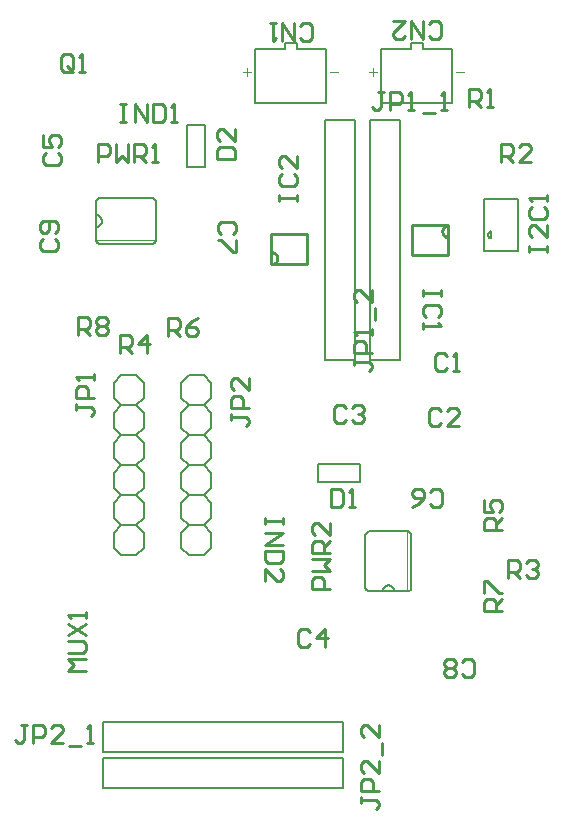
<source format=gto>
%FSTAX24Y24*%
%MOIN*%
%SFA1B1*%

%IPPOS*%
%ADD33C,0.010000*%
%ADD34C,0.008000*%
%ADD35C,0.006000*%
%ADD36C,0.005000*%
%ADD37C,0.002000*%
%ADD38C,0.003400*%
%LNklogshield-1*%
%LPD*%
G54D33*
X0277Y03025D02*
D01*
X027713Y03025*
X027727Y030251*
X027741Y030254*
X027755Y030257*
X027768Y030262*
X027781Y030267*
X027793Y030273*
X027805Y03028*
X027817Y030288*
X027828Y030296*
X027838Y030306*
X027848Y030316*
X027857Y030326*
X027865Y030338*
X027873Y03035*
X027879Y030362*
X027885Y030375*
X02789Y030388*
X027894Y030401*
X027896Y030415*
X027898Y030429*
X027899Y030443*
Y030456*
X027898Y03047*
X027896Y030484*
X027894Y030498*
X02789Y030511*
X027885Y030524*
X027879Y030537*
X027873Y03055*
X027865Y030561*
X027857Y030573*
X027848Y030583*
X027838Y030593*
X027828Y030603*
X027817Y030611*
X027805Y030619*
X027793Y030626*
X027781Y030632*
X027768Y030637*
X027755Y030642*
X027741Y030645*
X027727Y030648*
X027713Y030649*
X0277Y03065*
X0336Y03155D02*
D01*
X033586Y031549*
X033572Y031548*
X033558Y031545*
X033544Y031542*
X033531Y031537*
X033518Y031532*
X033506Y031526*
X033494Y031519*
X033482Y031511*
X033471Y031503*
X033461Y031493*
X033451Y031483*
X033442Y031473*
X033434Y031461*
X033426Y03145*
X03342Y031437*
X033414Y031424*
X033409Y031411*
X033405Y031398*
X033403Y031384*
X033401Y03137*
X0334Y031356*
Y031343*
X033401Y031329*
X033403Y031315*
X033405Y031301*
X033409Y031288*
X033414Y031275*
X03342Y031262*
X033426Y03125*
X033434Y031238*
X033442Y031226*
X033451Y031216*
X033461Y031206*
X033471Y031196*
X033482Y031188*
X033494Y03118*
X033506Y031173*
X033518Y031167*
X033531Y031162*
X033544Y031157*
X033558Y031154*
X033572Y031151*
X033586Y03115*
X0336Y03115*
X0277Y03025D02*
Y03125D01*
X0289*
Y03025D02*
Y03125D01*
X0277Y03025D02*
X0289D01*
X0336Y03055D02*
Y03155D01*
X0324Y03055D02*
X0336D01*
X0324D02*
Y03155D01*
X0336*
X03045Y0271D02*
Y0269D01*
Y027*
X03095*
X03105Y0269*
Y0268*
X03095Y0267*
X03105Y0273D02*
X03045D01*
Y0276*
X03055Y0277*
X03075*
X03085Y0276*
Y0273*
X03105Y0279D02*
Y0281D01*
Y028*
X03045*
X03055Y0279*
X03115Y028399D02*
Y028799D01*
X03105Y029399D02*
Y028999D01*
X03065Y029399*
X03055*
X03045Y029299*
Y029099*
X03055Y028999*
X03145Y036D02*
X03125D01*
X03135*
Y0355*
X03125Y0354*
X03115*
X03105Y0355*
X03165Y0354D02*
Y036D01*
X03195*
X03205Y0359*
Y0357*
X03195Y0356*
X03165*
X03225Y0354D02*
X03245D01*
X03235*
Y036*
X03225Y0359*
X032749Y0353D02*
X033149D01*
X033349Y0354D02*
X033549D01*
X033449*
Y036*
X033349Y0359*
X0307Y0125D02*
Y0123D01*
Y0124*
X0312*
X0313Y0123*
Y0122*
X0312Y0121*
X0313Y0127D02*
X0307D01*
Y013*
X0308Y0131*
X031*
X0311Y013*
Y0127*
X0313Y013699D02*
Y0133D01*
X0309Y013699*
X0308*
X0307Y0136*
Y0134*
X0308Y0133*
X0314Y013899D02*
Y014299D01*
X0313Y014899D02*
Y014499D01*
X0309Y014899*
X0308*
X0307Y014799*
Y014599*
X0308Y014499*
X01955Y0149D02*
X01935D01*
X01945*
Y0144*
X01935Y0143*
X01925*
X01915Y0144*
X01975Y0143D02*
Y0149D01*
X02005*
X02015Y0148*
Y0146*
X02005Y0145*
X01975*
X020749Y0143D02*
X02035D01*
X020749Y0147*
Y0148*
X02065Y0149*
X02045*
X02035Y0148*
X020949Y0142D02*
X021349D01*
X021549Y0143D02*
X021749D01*
X021649*
Y0149*
X021549Y0148*
X03335Y02535D02*
X03325Y02545D01*
X03305*
X03295Y02535*
Y02495*
X03305Y02485*
X03325*
X03335Y02495*
X03395Y02485D02*
X03355D01*
X03395Y02525*
Y02535*
X03385Y02545*
X03365*
X03355Y02535*
Y0272D02*
X03345Y0273D01*
X03325*
X03315Y0272*
Y0268*
X03325Y0267*
X03345*
X03355Y0268*
X03375Y0267D02*
X03395D01*
X03385*
Y0273*
X03375Y0272*
X02635Y02525D02*
Y02505D01*
Y02515*
X02685*
X02695Y02505*
Y02495*
X02685Y02485*
X02695Y02545D02*
X02635D01*
Y02575*
X02645Y02585*
X02665*
X02675Y02575*
Y02545*
X02695Y026449D02*
Y02605D01*
X02655Y026449*
X02645*
X02635Y02635*
Y02615*
X02645Y02605*
X0212Y0256D02*
Y0254D01*
Y0255*
X0217*
X0218Y0254*
Y0253*
X0217Y0252*
X0218Y0258D02*
X0212D01*
Y0261*
X0213Y0262*
X0215*
X0216Y0261*
Y0258*
X0218Y0264D02*
Y0266D01*
Y0265*
X0212*
X0213Y0264*
X03335Y0294D02*
Y0292D01*
Y0293*
X03275*
Y0294*
Y0292*
X03325Y0285D02*
X03335Y0286D01*
Y0288*
X03325Y0289*
X03285*
X03275Y0288*
Y0286*
X03285Y0285*
X03275Y0283D02*
Y0281D01*
Y0282*
X03335*
X03325Y0283*
X02795Y03235D02*
Y03255D01*
Y03245*
X02855*
Y03235*
Y03255*
X02805Y03325D02*
X02795Y03315D01*
Y03295*
X02805Y03285*
X02845*
X02855Y03295*
Y03315*
X02845Y03325*
X02855Y03385D02*
Y03345D01*
X02815Y03385*
X02805*
X02795Y03375*
Y03355*
X02805Y03345*
X030175Y02545D02*
X030075Y02555D01*
X029875*
X029775Y02545*
Y02505*
X029875Y02495*
X030075*
X030175Y02505*
X030374Y02545D02*
X030474Y02555D01*
X030674*
X030774Y02545*
Y02535*
X030674Y02525*
X030574*
X030674*
X030774Y02515*
Y02505*
X030674Y02495*
X030474*
X030374Y02505*
X0363Y03065D02*
Y03085D01*
Y03075*
X0369*
Y03065*
Y03085*
Y03155D02*
Y03115D01*
X0365Y03155*
X0364*
X0363Y03145*
Y03125*
X0364Y03115*
Y03215D02*
X0363Y03205D01*
Y03185*
X0364Y03175*
X0368*
X0369Y03185*
Y03205*
X0368Y03215*
X0369Y032349D02*
Y032549D01*
Y032449*
X0363*
X0364Y032349*
X021535Y016675D02*
X020935D01*
X021135Y016875*
X020935Y017075*
X021535*
X020935Y017275D02*
X021435D01*
X021535Y017375*
Y017575*
X021435Y017675*
X020935*
Y017875D02*
X021535Y018274D01*
X020935D02*
X021535Y017875D01*
Y018474D02*
Y018674D01*
Y018574*
X020935*
X021035Y018474*
X02865Y0378D02*
X02875Y0377D01*
X02895*
X02905Y0378*
Y0382*
X02895Y0383*
X02875*
X02865Y0382*
X02845Y0383D02*
Y0377D01*
X02805Y0383*
Y0377*
X02785Y0383D02*
X02765D01*
X02775*
Y0377*
X02785Y0378*
X0211Y03675D02*
Y03715D01*
X021Y03725*
X0208*
X0207Y03715*
Y03675*
X0208Y03665*
X021*
X0209Y03685D02*
X0211Y03665D01*
X021D02*
X0211Y03675D01*
X0213Y03665D02*
X0215D01*
X0214*
Y03725*
X0213Y03715*
X034274Y0355D02*
Y0361D01*
X034574*
X034674Y036*
Y0358*
X034574Y0357*
X034274*
X034474D02*
X034674Y0355D01*
X034874D02*
X035074D01*
X034974*
Y0361*
X034874Y036*
X03535Y03365D02*
Y03425D01*
X03565*
X03575Y03415*
Y03395*
X03565Y03385*
X03535*
X03555D02*
X03575Y03365D01*
X03635D02*
X03595D01*
X03635Y03405*
Y03415*
X03625Y03425*
X03605*
X03595Y03415*
X03295Y03785D02*
X03305Y03775D01*
X03325*
X03335Y03785*
Y03825*
X03325Y03835*
X03305*
X03295Y03825*
X03275Y03835D02*
Y03775D01*
X03235Y03835*
Y03775*
X031751Y03835D02*
X03215D01*
X031751Y03795*
Y03785*
X03185Y03775*
X03205*
X03215Y03785*
X0281Y02179D02*
Y02159D01*
Y02169*
X0275*
Y02179*
Y02159*
Y02129D02*
X0281D01*
X0275Y02089*
X0281*
Y02069D02*
X0275D01*
Y02039*
X0276Y02029*
X028*
X0281Y02039*
Y02069*
X0275Y019691D02*
Y020091D01*
X0279Y019691*
X028*
X0281Y019791*
Y019991*
X028Y020091*
X0297Y02275D02*
Y02215D01*
X03*
X0301Y02225*
Y02265*
X03Y02275*
X0297*
X0303Y02215D02*
X0305D01*
X0304*
Y02275*
X0303Y02265*
X02265Y0356D02*
X02285D01*
X02275*
Y035*
X02265*
X02285*
X02315D02*
Y0356D01*
X02355Y035*
Y0356*
X02375D02*
Y035D01*
X02405*
X02415Y0351*
Y0355*
X02405Y0356*
X02375*
X024349Y035D02*
X024549D01*
X024449*
Y0356*
X024349Y0355*
X0259Y03375D02*
X0265D01*
Y03405*
X0264Y03415*
X026*
X0259Y03405*
Y03375*
X0265Y03475D02*
Y03435D01*
X0261Y03475*
X026*
X0259Y03465*
Y03445*
X026Y03435*
X029655Y019415D02*
X029055D01*
Y019715*
X029155Y019815*
X029355*
X029455Y019715*
Y019415*
X029055Y020015D02*
X029655D01*
X029455Y020215*
X029655Y020415*
X029055*
X029655Y020615D02*
X029055D01*
Y020915*
X029155Y021014*
X029355*
X029455Y020915*
Y020615*
Y020815D02*
X029655Y021014D01*
Y021614D02*
Y021214D01*
X029255Y021614*
X029155*
X029055Y021514*
Y021314*
X029155Y021214*
X021915Y033645D02*
Y034245D01*
X022215*
X022315Y034145*
Y033945*
X022215Y033845*
X021915*
X022515Y034245D02*
Y033645D01*
X022715Y033845*
X022915Y033645*
Y034245*
X023115Y033645D02*
Y034245D01*
X023415*
X023514Y034145*
Y033945*
X023415Y033845*
X023115*
X023315D02*
X023514Y033645D01*
X023714D02*
X023914D01*
X023814*
Y034245*
X023714Y034145*
X0356Y0198D02*
Y0204D01*
X0359*
X036Y0203*
Y0201*
X0359Y02*
X0356*
X0358D02*
X036Y0198D01*
X0362Y0203D02*
X0363Y0204D01*
X0365*
X0366Y0203*
Y0202*
X0365Y0201*
X0364*
X0365*
X0366Y02*
Y0199*
X0365Y0198*
X0363*
X0362Y0199*
X02265Y0273D02*
Y0279D01*
X02295*
X02305Y0278*
Y0276*
X02295Y0275*
X02265*
X02285D02*
X02305Y0273D01*
X02355D02*
Y0279D01*
X02325Y0276*
X02365*
X028975Y018D02*
X028875Y0181D01*
X028675*
X028575Y018*
Y0176*
X028675Y0175*
X028875*
X028975Y0176*
X029475Y0175D02*
Y0181D01*
X029175Y0178*
X029575*
X0202Y03396D02*
X0201Y03386D01*
Y03366*
X0202Y03356*
X0206*
X0207Y03366*
Y03386*
X0206Y03396*
X0201Y03456D02*
Y03416D01*
X0204*
X0203Y03436*
Y03446*
X0204Y03456*
X0206*
X0207Y03446*
Y03426*
X0206Y03416*
X033Y02225D02*
X0331Y02215D01*
X0333*
X0334Y02225*
Y02265*
X0333Y02275*
X0331*
X033Y02265*
X0324Y02215D02*
X0326Y02225D01*
X0328Y02245*
Y02265*
X0327Y02275*
X0325*
X0324Y02265*
Y02255*
X0325Y02245*
X0328*
X026405Y03125D02*
X026505Y03135D01*
Y03155*
X026405Y03165*
X026005*
X025905Y03155*
Y03135*
X026005Y03125*
X026505Y031051D02*
Y030651D01*
X026405*
X026005Y031051*
X025905*
X0354Y0214D02*
X0348D01*
Y0217*
X0349Y0218*
X0351*
X0352Y0217*
Y0214*
Y0216D02*
X0354Y0218D01*
X0348Y0224D02*
Y022D01*
X0351*
X035Y0222*
Y0223*
X0351Y0224*
X0353*
X0354Y0223*
Y0221*
X0353Y022*
X02425Y02785D02*
Y02845D01*
X02455*
X02465Y02835*
Y02815*
X02455Y02805*
X02425*
X02445D02*
X02465Y02785D01*
X02525Y02845D02*
X02505Y02835D01*
X02485Y02815*
Y02795*
X02495Y02785*
X02515*
X02525Y02795*
Y02805*
X02515Y02815*
X02485*
X0354Y0187D02*
X0348D01*
Y019*
X0349Y0191*
X0351*
X0352Y019*
Y0187*
Y0189D02*
X0354Y0191D01*
X0348Y0193D02*
Y0197D01*
X0349*
X0353Y0193*
X0354*
X02127Y0279D02*
Y0285D01*
X02157*
X02167Y0284*
Y0282*
X02157Y0281*
X02127*
X02147D02*
X02167Y0279D01*
X02187Y0284D02*
X02197Y0285D01*
X02217*
X02227Y0284*
Y0283*
X02217Y0282*
X02227Y0281*
Y028*
X02217Y0279*
X02197*
X02187Y028*
Y0281*
X02197Y0282*
X02187Y0283*
Y0284*
X02197Y0282D02*
X02217D01*
X03405Y016595D02*
X03415Y016495D01*
X03435*
X03445Y016595*
Y016995*
X03435Y017095*
X03415*
X03405Y016995*
X033851Y016595D02*
X033751Y016495D01*
X033551*
X033451Y016595*
Y016695*
X033551Y016795*
X033451Y016895*
Y016995*
X033551Y017095*
X033751*
X033851Y016995*
Y016895*
X033751Y016795*
X033851Y016695*
Y016595*
X033751Y016795D02*
X033551D01*
X0201Y0311D02*
X02Y031D01*
Y0308*
X0201Y0307*
X0205*
X0206Y0308*
Y031*
X0205Y0311*
Y0313D02*
X0206Y0314D01*
Y0316*
X0205Y0317*
X0201*
X02Y0316*
Y0314*
X0201Y0313*
X0202*
X0203Y0314*
Y0317*
G54D34*
X035035Y031353D02*
D01*
X035026Y031352*
X035018Y031351*
X03501Y03135*
X035002Y031348*
X034994Y031345*
X034987Y031342*
X034979Y031339*
X034972Y031335*
X034965Y03133*
X034959Y031325*
X034953Y031319*
X034947Y031313*
X034942Y031307*
X034937Y0313*
X034932Y031294*
X034928Y031286*
X034925Y031279*
X034922Y031271*
X03492Y031263*
X034918Y031255*
X034917Y031247*
X034917Y031239*
Y03123*
X034917Y031222*
X034918Y031214*
X03492Y031206*
X034922Y031198*
X034925Y03119*
X034928Y031183*
X034932Y031176*
X034937Y031169*
X034942Y031162*
X034947Y031156*
X034953Y03115*
X034959Y031144*
X034965Y031139*
X034972Y031134*
X034979Y03113*
X034987Y031127*
X034994Y031124*
X035002Y031121*
X03501Y031119*
X035018Y031118*
X035026Y031117*
X035035Y031117*
Y031353D01*
X034799Y030684D02*
Y03242D01*
Y030684D02*
X03591D01*
Y03242*
X034956D02*
X03591D01*
X034799D02*
X034956D01*
G54D35*
X0318Y01935D02*
D01*
X031799Y019363*
X031798Y019377*
X031795Y019391*
X031792Y019405*
X031787Y019418*
X031782Y019431*
X031776Y019443*
X031769Y019455*
X031761Y019467*
X031753Y019478*
X031743Y019488*
X031733Y019498*
X031723Y019507*
X031711Y019515*
X0317Y019523*
X031687Y019529*
X031674Y019535*
X031661Y01954*
X031648Y019544*
X031634Y019546*
X03162Y019548*
X031606Y019549*
X031593*
X031579Y019548*
X031565Y019546*
X031551Y019544*
X031538Y01954*
X031525Y019535*
X031512Y019529*
X0315Y019523*
X031488Y019515*
X031476Y019507*
X031466Y019498*
X031456Y019488*
X031446Y019478*
X031438Y019467*
X03143Y019455*
X031423Y019443*
X031417Y019431*
X031412Y019418*
X031407Y019405*
X031404Y019391*
X031401Y019377*
X0314Y019363*
X0314Y01935*
X03222D02*
D01*
X03223Y01935*
X03224Y019351*
X032251Y019353*
X032261Y019355*
X032271Y019359*
X032281Y019362*
X03229Y019367*
X032299Y019372*
X032308Y019378*
X032316Y019385*
X032324Y019392*
X032331Y019399*
X032338Y019407*
X032344Y019416*
X032349Y019425*
X032354Y019434*
X032359Y019443*
X032362Y019453*
X032365Y019463*
X032367Y019473*
X032369Y019484*
X032369Y019494*
X03237Y0195*
X03098Y02135D02*
D01*
X030969Y021349*
X030959Y021348*
X030948Y021346*
X030938Y021344*
X030928Y02134*
X030918Y021337*
X030909Y021332*
X0309Y021327*
X030891Y021321*
X030883Y021314*
X030875Y021307*
X030868Y0213*
X030861Y021292*
X030855Y021283*
X03085Y021275*
X030845Y021265*
X03084Y021256*
X030837Y021246*
X030834Y021236*
X030832Y021226*
X03083Y021215*
X03083Y021205*
X03083Y0212*
Y0195D02*
D01*
X03083Y019489*
X030831Y019479*
X030833Y019468*
X030835Y019458*
X030839Y019448*
X030842Y019438*
X030847Y019429*
X030852Y01942*
X030858Y019411*
X030865Y019403*
X030872Y019395*
X030879Y019388*
X030887Y019381*
X030896Y019375*
X030905Y01937*
X030914Y019365*
X030923Y01936*
X030933Y019357*
X030943Y019354*
X030953Y019352*
X030964Y01935*
X030974Y01935*
X03098Y01935*
X03237Y0212D02*
D01*
X032369Y02121*
X032368Y02122*
X032366Y021231*
X032364Y021241*
X03236Y021251*
X032357Y021261*
X032352Y02127*
X032347Y021279*
X032341Y021288*
X032334Y021296*
X032327Y021304*
X03232Y021311*
X032312Y021318*
X032303Y021324*
X032295Y021329*
X032285Y021334*
X032276Y021339*
X032266Y021342*
X032256Y021345*
X032246Y021347*
X032235Y021349*
X032225Y021349*
X03222Y02135*
X02185Y0315D02*
D01*
X021863Y0315*
X021877Y031501*
X021891Y031504*
X021905Y031507*
X021918Y031512*
X021931Y031517*
X021943Y031523*
X021955Y03153*
X021967Y031538*
X021978Y031546*
X021988Y031556*
X021998Y031566*
X022007Y031576*
X022015Y031588*
X022023Y0316*
X022029Y031612*
X022035Y031625*
X02204Y031638*
X022044Y031651*
X022046Y031665*
X022048Y031679*
X022049Y031693*
Y031706*
X022048Y03172*
X022046Y031734*
X022044Y031748*
X02204Y031761*
X022035Y031774*
X022029Y031787*
X022023Y0318*
X022015Y031811*
X022007Y031823*
X021998Y031833*
X021988Y031843*
X021978Y031853*
X021967Y031861*
X021955Y031869*
X021943Y031876*
X021931Y031882*
X021918Y031887*
X021905Y031892*
X021891Y031895*
X021877Y031898*
X021863Y031899*
X02185Y0319*
Y03108D02*
D01*
X02185Y031069*
X021851Y031059*
X021853Y031048*
X021855Y031038*
X021859Y031028*
X021862Y031018*
X021867Y031009*
X021872Y031*
X021878Y030991*
X021885Y030983*
X021892Y030975*
X021899Y030968*
X021907Y030961*
X021916Y030955*
X021925Y03095*
X021934Y030945*
X021943Y03094*
X021953Y030937*
X021963Y030934*
X021973Y030932*
X021984Y03093*
X021994Y03093*
X022Y03093*
X02385Y03232D02*
D01*
X023849Y03233*
X023848Y03234*
X023846Y032351*
X023844Y032361*
X02384Y032371*
X023837Y032381*
X023832Y03239*
X023827Y032399*
X023821Y032408*
X023814Y032416*
X023807Y032424*
X0238Y032431*
X023792Y032438*
X023783Y032444*
X023775Y032449*
X023765Y032454*
X023756Y032459*
X023746Y032462*
X023736Y032465*
X023726Y032467*
X023715Y032469*
X023705Y032469*
X0237Y03247*
X022D02*
D01*
X021989Y032469*
X021979Y032468*
X021968Y032466*
X021958Y032464*
X021948Y03246*
X021938Y032457*
X021929Y032452*
X02192Y032447*
X021911Y032441*
X021903Y032434*
X021895Y032427*
X021888Y03242*
X021881Y032412*
X021875Y032403*
X02187Y032395*
X021865Y032385*
X02186Y032376*
X021857Y032366*
X021854Y032356*
X021852Y032346*
X02185Y032335*
X02185Y032325*
X02185Y03232*
X0237Y03093D02*
D01*
X02371Y03093*
X02372Y030931*
X023731Y030933*
X023741Y030935*
X023751Y030939*
X023761Y030942*
X02377Y030947*
X023779Y030952*
X023788Y030958*
X023796Y030965*
X023804Y030972*
X023811Y030979*
X023818Y030987*
X023824Y030996*
X023829Y031005*
X023834Y031014*
X023839Y031023*
X023842Y031033*
X023845Y031043*
X023847Y031053*
X023849Y031064*
X023849Y031074*
X02385Y03108*
X0247Y0208D02*
Y0213D01*
X02495Y02155*
X02545D02*
X0257Y0213D01*
X0247Y0208D02*
X02495Y02055D01*
X02545*
X0257Y0208*
Y0213*
X0247Y0258D02*
Y0263D01*
X02495Y02655*
X02545D02*
X0257Y0263D01*
X02495Y02655D02*
X02545D01*
X0247Y0253D02*
X02495Y02555D01*
X0247Y0248D02*
Y0253D01*
Y0248D02*
X02495Y02455D01*
X02545*
X0257Y0248*
Y0253*
X02545Y02555D02*
X0257Y0253D01*
X0247Y0258D02*
X02495Y02555D01*
X02545*
X0257Y0258*
Y0263*
X0247Y0228D02*
Y0233D01*
X02495Y02355*
X02545D02*
X0257Y0233D01*
X0247Y0243D02*
X02495Y02455D01*
X0247Y0238D02*
Y0243D01*
Y0238D02*
X02495Y02355D01*
X02545*
X0257Y0238*
Y0243*
X02545Y02455D02*
X0257Y0243D01*
X0247Y0223D02*
X02495Y02255D01*
X0247Y0218D02*
Y0223D01*
Y0218D02*
X02495Y02155D01*
X02545*
X0257Y0218*
Y0223*
X02545Y02255D02*
X0257Y0223D01*
X0247Y0228D02*
X02495Y02255D01*
X02545*
X0257Y0228*
Y0233*
X02245Y0208D02*
Y0213D01*
X0227Y02155*
X0232D02*
X02345Y0213D01*
X02245Y0208D02*
X0227Y02055D01*
X0232*
X02345Y0208*
Y0213*
X02245Y0258D02*
Y0263D01*
X0227Y02655*
X0232D02*
X02345Y0263D01*
X0227Y02655D02*
X0232D01*
X02245Y0253D02*
X0227Y02555D01*
X02245Y0248D02*
Y0253D01*
Y0248D02*
X0227Y02455D01*
X0232*
X02345Y0248*
Y0253*
X0232Y02555D02*
X02345Y0253D01*
X02245Y0258D02*
X0227Y02555D01*
X0232*
X02345Y0258*
Y0263*
X02245Y0228D02*
Y0233D01*
X0227Y02355*
X0232D02*
X02345Y0233D01*
X02245Y0243D02*
X0227Y02455D01*
X02245Y0238D02*
Y0243D01*
Y0238D02*
X0227Y02355D01*
X0232*
X02345Y0238*
Y0243*
X0232Y02455D02*
X02345Y0243D01*
X02245Y0223D02*
X0227Y02255D01*
X02245Y0218D02*
Y0223D01*
Y0218D02*
X0227Y02155D01*
X0232*
X02345Y0218*
Y0223*
X0232Y02255D02*
X02345Y0223D01*
X02245Y0228D02*
X0227Y02255D01*
X0232*
X02345Y0228*
Y0233*
X03098Y01935D02*
X03222D01*
X03098Y02135D02*
X03222D01*
X03237Y0195D02*
Y0212D01*
X03083Y0195D02*
Y0212D01*
X02185Y03108D02*
Y03232D01*
X02385Y03108D02*
Y03232D01*
X022Y03093D02*
X0237D01*
X022Y03247D02*
X0237D01*
G54D36*
X0295Y03505D02*
X0305D01*
X0295Y02705D02*
Y03505D01*
Y02705D02*
X0305D01*
Y03505*
X031D02*
X032D01*
X031Y02705D02*
Y03505D01*
Y02705D02*
X032D01*
Y03505*
X0221Y0128D02*
Y0138D01*
Y0128D02*
X0301D01*
Y0138*
X0221D02*
X0301D01*
X0221Y014D02*
Y015D01*
Y014D02*
X0301D01*
Y015*
X0221D02*
X0301D01*
X034917Y03242D02*
X034956D01*
X02716Y03564D02*
Y037419D01*
Y03564D02*
X029531D01*
Y037419*
X028547D02*
X029531D01*
X028547D02*
Y037616D01*
X02815D02*
X028547D01*
X02815Y037419D02*
Y037616D01*
X02716Y037419D02*
X02815D01*
X03136Y03564D02*
Y037419D01*
Y03564D02*
X033731D01*
Y037419*
X032747D02*
X033731D01*
X032747D02*
Y037616D01*
X03235D02*
X032747D01*
X03235Y037419D02*
Y037616D01*
X03136Y037419D02*
X03235D01*
X03065Y023D02*
Y0236D01*
X02925D02*
X03065D01*
X02925Y023D02*
Y0236D01*
Y023D02*
X03065D01*
X0249Y0335D02*
X0255D01*
Y0349*
X0249D02*
X0255D01*
X0249Y0335D02*
Y0349D01*
G54D37*
X03223Y01935D02*
Y02135D01*
X02185Y03107D02*
X02385D01*
G54D38*
X02965Y036662D02*
X029933D01*
X02675D02*
X027033D01*
X026892Y036804D02*
Y036521D01*
X03385Y036662D02*
X034133D01*
X03095D02*
X031233D01*
X031092Y036804D02*
Y036521D01*
M02*
</source>
